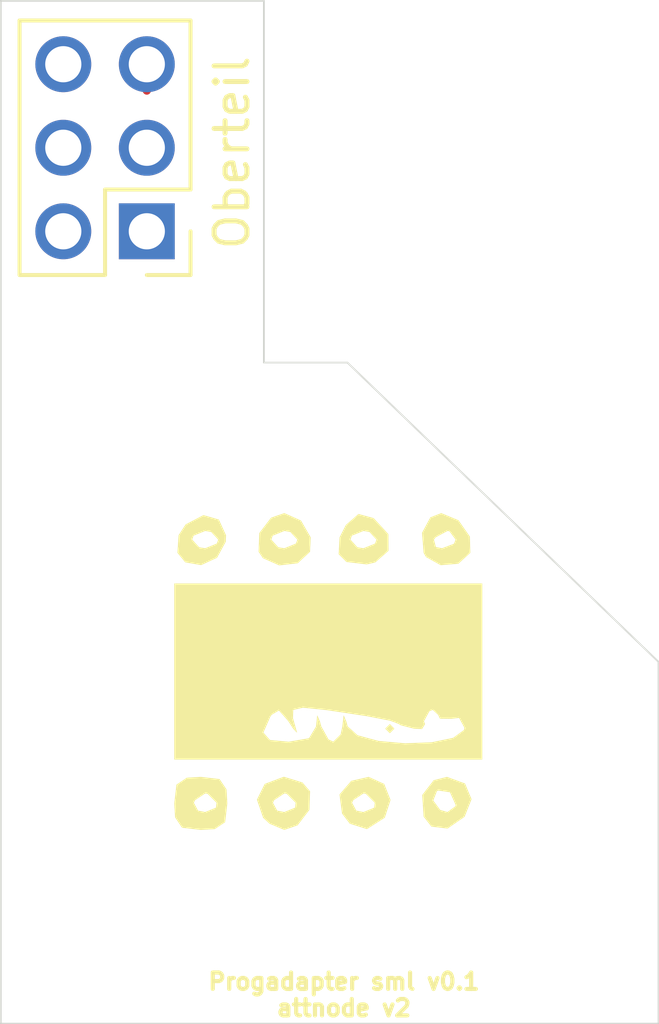
<source format=kicad_pcb>
(kicad_pcb (version 20171130) (host pcbnew "(5.1.8)-1")

  (general
    (thickness 1.6)
    (drawings 9)
    (tracks 1)
    (zones 0)
    (modules 5)
    (nets 7)
  )

  (page A4)
  (layers
    (0 F.Cu signal)
    (31 B.Cu signal)
    (32 B.Adhes user)
    (33 F.Adhes user)
    (34 B.Paste user)
    (35 F.Paste user)
    (36 B.SilkS user)
    (37 F.SilkS user)
    (38 B.Mask user)
    (39 F.Mask user)
    (40 Dwgs.User user)
    (41 Cmts.User user)
    (42 Eco1.User user)
    (43 Eco2.User user)
    (44 Edge.Cuts user)
    (45 Margin user)
    (46 B.CrtYd user)
    (47 F.CrtYd user)
    (48 B.Fab user)
    (49 F.Fab user)
  )

  (setup
    (last_trace_width 0.25)
    (trace_clearance 0.2)
    (zone_clearance 0.508)
    (zone_45_only no)
    (trace_min 0.2)
    (via_size 0.8)
    (via_drill 0.4)
    (via_min_size 0.4)
    (via_min_drill 0.3)
    (uvia_size 0.3)
    (uvia_drill 0.1)
    (uvias_allowed no)
    (uvia_min_size 0.2)
    (uvia_min_drill 0.1)
    (edge_width 0.05)
    (segment_width 0.2)
    (pcb_text_width 0.3)
    (pcb_text_size 1.5 1.5)
    (mod_edge_width 0.12)
    (mod_text_size 1 1)
    (mod_text_width 0.15)
    (pad_size 3.2 3.2)
    (pad_drill 3.2)
    (pad_to_mask_clearance 0.051)
    (solder_mask_min_width 0.25)
    (aux_axis_origin 0 0)
    (visible_elements 7FFFFFFF)
    (pcbplotparams
      (layerselection 0x010fc_ffffffff)
      (usegerberextensions true)
      (usegerberattributes false)
      (usegerberadvancedattributes false)
      (creategerberjobfile false)
      (excludeedgelayer true)
      (linewidth 0.100000)
      (plotframeref false)
      (viasonmask false)
      (mode 1)
      (useauxorigin false)
      (hpglpennumber 1)
      (hpglpenspeed 20)
      (hpglpendiameter 15.000000)
      (psnegative false)
      (psa4output false)
      (plotreference true)
      (plotvalue true)
      (plotinvisibletext false)
      (padsonsilk false)
      (subtractmaskfromsilk false)
      (outputformat 1)
      (mirror false)
      (drillshape 0)
      (scaleselection 1)
      (outputdirectory "Gerber_prg_sml_o/"))
  )

  (net 0 "")
  (net 1 PRG_Vin)
  (net 2 PRG_GND)
  (net 3 "Net-(PRG-Out1-Pad5)")
  (net 4 "Net-(PRG-Out1-Pad4)")
  (net 5 "Net-(PRG-Out1-Pad3)")
  (net 6 "Net-(PRG-Out1-Pad1)")

  (net_class Default "Dies ist die voreingestellte Netzklasse."
    (clearance 0.2)
    (trace_width 0.25)
    (via_dia 0.8)
    (via_drill 0.4)
    (uvia_dia 0.3)
    (uvia_drill 0.1)
    (add_net "Net-(PRG-Out1-Pad1)")
    (add_net "Net-(PRG-Out1-Pad3)")
    (add_net "Net-(PRG-Out1-Pad4)")
    (add_net "Net-(PRG-Out1-Pad5)")
    (add_net PRG_GND)
    (add_net PRG_Vin)
  )

  (module MountingHole:MountingHole_2.7mm (layer F.Cu) (tedit 56D1B4CB) (tstamp 5FB2B003)
    (at 64.3128 71.5518)
    (descr "Mounting Hole 2.7mm, no annular")
    (tags "mounting hole 2.7mm no annular")
    (attr virtual)
    (fp_text reference REF** (at 0 -3.7) (layer F.SilkS) hide
      (effects (font (size 1 1) (thickness 0.15)))
    )
    (fp_text value MountingHole_2.7mm (at 0 3.7) (layer F.Fab) hide
      (effects (font (size 1 1) (thickness 0.15)))
    )
    (fp_text user %R (at 0.3 0) (layer F.Fab) hide
      (effects (font (size 1 1) (thickness 0.15)))
    )
    (fp_circle (center 0 0) (end 2.7 0) (layer Cmts.User) (width 0.15))
    (fp_circle (center 0 0) (end 2.95 0) (layer F.CrtYd) (width 0.05))
    (pad 1 np_thru_hole circle (at 0 0) (size 2.7 2.7) (drill 2.7) (layers *.Cu *.Mask))
  )

  (module "Logo Attno.de:Logo_druck" (layer F.Cu) (tedit 0) (tstamp 5FB2AF73)
    (at 69.8246 77.3938)
    (fp_text reference G*** (at 0 0) (layer F.SilkS) hide
      (effects (font (size 1.524 1.524) (thickness 0.3)))
    )
    (fp_text value LOGO (at 0.75 0) (layer F.SilkS) hide
      (effects (font (size 1.524 1.524) (thickness 0.3)))
    )
    (fp_poly (pts (xy -3.175028 3.274671) (xy -2.965626 3.587178) (xy -2.941053 4.010526) (xy -3.007304 4.578657)
      (xy -3.319811 4.788059) (xy -3.743158 4.812632) (xy -4.311289 4.746381) (xy -4.520691 4.433874)
      (xy -4.545264 4.010526) (xy -4.542926 3.990474) (xy -3.959281 3.990474) (xy -3.830217 4.234271)
      (xy -3.609474 4.277895) (xy -3.276715 4.142232) (xy -3.259667 3.990474) (xy -3.535693 3.714239)
      (xy -3.609474 3.703053) (xy -3.922973 3.911204) (xy -3.959281 3.990474) (xy -4.542926 3.990474)
      (xy -4.479013 3.442395) (xy -4.166506 3.232994) (xy -3.743158 3.208421) (xy -3.175028 3.274671)) (layer F.SilkS) (width 0.01))
    (fp_poly (pts (xy -0.654718 3.377959) (xy -0.425046 3.643362) (xy -0.445336 4.206313) (xy -0.802298 4.673505)
      (xy -1.203158 4.812632) (xy -1.650245 4.625796) (xy -1.843455 4.445467) (xy -1.999823 3.990474)
      (xy -1.552965 3.990474) (xy -1.423901 4.234271) (xy -1.203158 4.277895) (xy -0.870399 4.142232)
      (xy -0.853351 3.990474) (xy -1.129378 3.714239) (xy -1.203158 3.703053) (xy -1.516657 3.911204)
      (xy -1.552965 3.990474) (xy -1.999823 3.990474) (xy -2.031887 3.897179) (xy -1.795855 3.42208)
      (xy -1.233012 3.208837) (xy -1.203158 3.208421) (xy -0.654718 3.377959)) (layer F.SilkS) (width 0.01))
    (fp_poly (pts (xy 1.830489 3.420844) (xy 2.023085 3.906185) (xy 1.850749 4.436547) (xy 1.843454 4.445467)
      (xy 1.308609 4.788602) (xy 0.789363 4.623462) (xy 0.556657 4.318854) (xy 0.512481 3.990474)
      (xy 0.85335 3.990474) (xy 0.982414 4.234271) (xy 1.203157 4.277895) (xy 1.535916 4.142232)
      (xy 1.552964 3.990474) (xy 1.276938 3.714239) (xy 1.203157 3.703053) (xy 0.889659 3.911204)
      (xy 0.85335 3.990474) (xy 0.512481 3.990474) (xy 0.479001 3.74161) (xy 0.834794 3.328056)
      (xy 1.36171 3.208421) (xy 1.830489 3.420844)) (layer F.SilkS) (width 0.01))
    (fp_poly (pts (xy 4.289104 3.40888) (xy 4.485854 3.883973) (xy 4.275068 4.414984) (xy 3.760298 4.770967)
      (xy 3.272011 4.712338) (xy 3.03774 4.411579) (xy 3.005955 3.923658) (xy 3.321753 3.923658)
      (xy 3.535729 4.214069) (xy 3.758937 4.277895) (xy 4.005698 4.098505) (xy 4.010526 4.055088)
      (xy 3.836112 3.667614) (xy 3.47406 3.613807) (xy 3.434135 3.635217) (xy 3.321753 3.923658)
      (xy 3.005955 3.923658) (xy 2.995131 3.757507) (xy 3.340792 3.309889) (xy 3.743157 3.208421)
      (xy 4.289104 3.40888)) (layer F.SilkS) (width 0.01))
    (fp_poly (pts (xy 4.812631 2.673684) (xy -4.545264 2.673684) (xy -4.545264 1.85671) (xy -1.84514 1.85671)
      (xy -1.640977 2.086836) (xy -1.069474 2.138947) (xy -0.449193 2.032284) (xy -0.236914 1.678869)
      (xy -0.236354 1.671053) (xy -0.199008 1.341536) (xy -0.120086 1.531401) (xy -0.083065 1.671053)
      (xy 0.137174 2.067551) (xy 0.286972 2.138947) (xy 0.512231 1.91694) (xy 0.565751 1.671053)
      (xy 0.603097 1.341536) (xy 0.682019 1.531401) (xy 0.71904 1.671053) (xy 1.023883 1.942669)
      (xy 1.661629 2.1152) (xy 2.468428 2.186887) (xy 3.280431 2.155969) (xy 3.933785 2.020685)
      (xy 4.264641 1.779275) (xy 4.277894 1.709289) (xy 4.113499 1.405706) (xy 3.876842 1.43353)
      (xy 3.532945 1.431665) (xy 3.475789 1.312671) (xy 3.31091 1.162077) (xy 3.204059 1.205853)
      (xy 3.040408 1.51151) (xy 3.071649 1.599214) (xy 2.983308 1.745726) (xy 2.741799 1.73488)
      (xy 2.344973 1.633411) (xy 2.272631 1.590545) (xy 2.017938 1.492766) (xy 1.298922 1.353099)
      (xy 0.183184 1.184476) (xy 0.064366 1.16815) (xy -0.638136 1.095906) (xy -0.934809 1.164674)
      (xy -0.945218 1.415944) (xy -0.918078 1.509049) (xy -0.821817 1.851758) (xy -0.926927 1.742986)
      (xy -1.080524 1.50529) (xy -1.365887 1.180679) (xy -1.595147 1.317081) (xy -1.631354 1.371606)
      (xy -1.84514 1.85671) (xy -4.545264 1.85671) (xy -4.545264 -2.673684) (xy 4.812631 -2.673684)
      (xy 4.812631 2.673684)) (layer F.SilkS) (width 0.01))
    (fp_poly (pts (xy -3.196971 -4.616923) (xy -2.979926 -4.140395) (xy -2.989143 -3.94488) (xy -3.252289 -3.462408)
      (xy -3.731266 -3.239198) (xy -4.214277 -3.323615) (xy -4.449336 -3.611454) (xy -4.423182 -4.010526)
      (xy -4.010527 -4.010526) (xy -3.79397 -3.773323) (xy -3.609474 -3.743158) (xy -3.253669 -3.887529)
      (xy -3.208422 -4.010526) (xy -3.424979 -4.24773) (xy -3.609474 -4.277895) (xy -3.96528 -4.133524)
      (xy -4.010527 -4.010526) (xy -4.423182 -4.010526) (xy -4.414565 -4.142002) (xy -4.201504 -4.468872)
      (xy -3.662664 -4.7517) (xy -3.196971 -4.616923)) (layer F.SilkS) (width 0.01))
    (fp_poly (pts (xy -0.698937 -4.587399) (xy -0.404882 -4.076307) (xy -0.425046 -3.643362) (xy -0.795864 -3.295983)
      (xy -1.358492 -3.230802) (xy -1.850527 -3.44782) (xy -1.981271 -3.643362) (xy -1.968038 -4.010526)
      (xy -1.604211 -4.010526) (xy -1.387654 -3.773323) (xy -1.203158 -3.743158) (xy -0.847353 -3.887529)
      (xy -0.802106 -4.010526) (xy -1.018663 -4.24773) (xy -1.203158 -4.277895) (xy -1.558964 -4.133524)
      (xy -1.604211 -4.010526) (xy -1.968038 -4.010526) (xy -1.960981 -4.206313) (xy -1.604019 -4.673505)
      (xy -1.203158 -4.812632) (xy -0.698937 -4.587399)) (layer F.SilkS) (width 0.01))
    (fp_poly (pts (xy 1.497215 -4.664621) (xy 1.521708 -4.649808) (xy 1.958071 -4.173721) (xy 1.961382 -3.672715)
      (xy 1.558773 -3.320009) (xy 1.304155 -3.2608) (xy 0.68795 -3.334446) (xy 0.453572 -3.569022)
      (xy 0.476776 -4.010526) (xy 0.802105 -4.010526) (xy 1.018662 -3.773323) (xy 1.203157 -3.743158)
      (xy 1.558963 -3.887529) (xy 1.60421 -4.010526) (xy 1.387653 -4.24773) (xy 1.203157 -4.277895)
      (xy 0.847352 -4.133524) (xy 0.802105 -4.010526) (xy 0.476776 -4.010526) (xy 0.480169 -4.075083)
      (xy 0.671125 -4.452433) (xy 1.053407 -4.785038) (xy 1.497215 -4.664621)) (layer F.SilkS) (width 0.01))
    (fp_poly (pts (xy 4.089816 -4.595979) (xy 4.434735 -4.1028) (xy 4.449882 -3.612879) (xy 4.088167 -3.2809)
      (xy 3.55026 -3.237404) (xy 3.109036 -3.48305) (xy 3.03774 -3.609474) (xy 3.005379 -4.010526)
      (xy 3.342105 -4.010526) (xy 3.402717 -3.781632) (xy 3.593694 -3.743158) (xy 3.959511 -3.882751)
      (xy 4.010526 -4.010526) (xy 3.818628 -4.270242) (xy 3.758937 -4.277895) (xy 3.39683 -4.083545)
      (xy 3.342105 -4.010526) (xy 3.005379 -4.010526) (xy 2.988838 -4.215517) (xy 3.2409 -4.683255)
      (xy 3.568344 -4.812632) (xy 4.089816 -4.595979)) (layer F.SilkS) (width 0.01))
    (fp_poly (pts (xy 2.138947 1.737895) (xy 2.005263 1.871579) (xy 1.871578 1.737895) (xy 2.005263 1.60421)
      (xy 2.138947 1.737895)) (layer F.SilkS) (width 0.01))
  )

  (module MountingHole:MountingHole_3.2mm_M3_DIN965 (layer F.Cu) (tedit 56D1B4CB) (tstamp 5FB2AE4E)
    (at 76.5048 83)
    (descr "Mounting Hole 3.2mm, no annular, M3, DIN965")
    (tags "mounting hole 3.2mm no annular m3 din965")
    (attr virtual)
    (fp_text reference REF** (at 0 -3.8) (layer F.SilkS) hide
      (effects (font (size 1 1) (thickness 0.15)))
    )
    (fp_text value MountingHole_3.2mm_M3_DIN965 (at 0 3.8) (layer F.Fab) hide
      (effects (font (size 1 1) (thickness 0.15)))
    )
    (fp_text user %R (at 0.3 0) (layer F.Fab) hide
      (effects (font (size 1 1) (thickness 0.15)))
    )
    (fp_circle (center 0 0) (end 2.8 0) (layer Cmts.User) (width 0.15))
    (fp_circle (center 0 0) (end 3.05 0) (layer F.CrtYd) (width 0.05))
    (pad 1 np_thru_hole circle (at 0 0) (size 3.2 3.2) (drill 3.2) (layers *.Cu *.Mask))
  )

  (module MountingHole:MountingHole_3.2mm_M3_DIN965 (layer F.Cu) (tedit 56D1B4CB) (tstamp 5FB2ADFB)
    (at 63.4492 83)
    (descr "Mounting Hole 3.2mm, no annular, M3, DIN965")
    (tags "mounting hole 3.2mm no annular m3 din965")
    (attr virtual)
    (fp_text reference REF** (at 0 -3.8) (layer F.SilkS) hide
      (effects (font (size 1 1) (thickness 0.15)))
    )
    (fp_text value MountingHole_3.2mm_M3_DIN965 (at 0 3.8) (layer F.Fab) hide
      (effects (font (size 1 1) (thickness 0.15)))
    )
    (fp_text user %R (at 0.3 0) (layer F.Fab) hide
      (effects (font (size 1 1) (thickness 0.15)))
    )
    (fp_circle (center 0 0) (end 2.8 0) (layer Cmts.User) (width 0.15))
    (fp_circle (center 0 0) (end 3.05 0) (layer F.CrtYd) (width 0.05))
    (pad 1 np_thru_hole circle (at 0 0) (size 3.2 3.2) (drill 3.2) (layers *.Cu *.Mask))
  )

  (module Connector_PinHeader_2.54mm:PinHeader_2x03_P2.54mm_Vertical (layer F.Cu) (tedit 5FB1263A) (tstamp 5E2A4CBB)
    (at 64.4398 64.008 180)
    (descr "Through hole straight pin header, 2x03, 2.54mm pitch, double rows")
    (tags "Through hole pin header THT 2x03 2.54mm double row")
    (path /5D69C5BF)
    (fp_text reference PRG-Out1 (at 1.27 -1.9304) (layer F.SilkS) hide
      (effects (font (size 0.8 0.8) (thickness 0.1)))
    )
    (fp_text value PRG (at 1.27 7.41) (layer F.Fab) hide
      (effects (font (size 1 1) (thickness 0.15)))
    )
    (fp_line (start 4.35 -1.8) (end -1.8 -1.8) (layer F.CrtYd) (width 0.05))
    (fp_line (start 4.35 6.85) (end 4.35 -1.8) (layer F.CrtYd) (width 0.05))
    (fp_line (start -1.8 6.85) (end 4.35 6.85) (layer F.CrtYd) (width 0.05))
    (fp_line (start -1.8 -1.8) (end -1.8 6.85) (layer F.CrtYd) (width 0.05))
    (fp_line (start -1.33 -1.33) (end 0 -1.33) (layer F.SilkS) (width 0.12))
    (fp_line (start -1.33 0) (end -1.33 -1.33) (layer F.SilkS) (width 0.12))
    (fp_line (start 1.27 -1.33) (end 3.87 -1.33) (layer F.SilkS) (width 0.12))
    (fp_line (start 1.27 1.27) (end 1.27 -1.33) (layer F.SilkS) (width 0.12))
    (fp_line (start -1.33 1.27) (end 1.27 1.27) (layer F.SilkS) (width 0.12))
    (fp_line (start 3.87 -1.33) (end 3.87 6.41) (layer F.SilkS) (width 0.12))
    (fp_line (start -1.33 1.27) (end -1.33 6.41) (layer F.SilkS) (width 0.12))
    (fp_line (start -1.33 6.41) (end 3.87 6.41) (layer F.SilkS) (width 0.12))
    (fp_line (start -1.27 0) (end 0 -1.27) (layer F.Fab) (width 0.1))
    (fp_line (start -1.27 6.35) (end -1.27 0) (layer F.Fab) (width 0.1))
    (fp_line (start 3.81 6.35) (end -1.27 6.35) (layer F.Fab) (width 0.1))
    (fp_line (start 3.81 -1.27) (end 3.81 6.35) (layer F.Fab) (width 0.1))
    (fp_line (start 0 -1.27) (end 3.81 -1.27) (layer F.Fab) (width 0.1))
    (fp_text user %R (at 1.27 2.54 180) (layer F.Fab) hide
      (effects (font (size 1 1) (thickness 0.15)))
    )
    (pad 6 thru_hole oval (at 2.54 5.08 180) (size 1.7 1.7) (drill 1.1) (layers *.Cu *.Mask)
      (net 2 PRG_GND))
    (pad 5 thru_hole oval (at 0 5.08 180) (size 1.7 1.7) (drill 1.1) (layers *.Cu *.Mask)
      (net 3 "Net-(PRG-Out1-Pad5)"))
    (pad 4 thru_hole oval (at 2.54 2.54 180) (size 1.7 1.7) (drill 1.1) (layers *.Cu *.Mask)
      (net 4 "Net-(PRG-Out1-Pad4)"))
    (pad 3 thru_hole oval (at 0 2.54 180) (size 1.7 1.7) (drill 1.1) (layers *.Cu *.Mask)
      (net 5 "Net-(PRG-Out1-Pad3)"))
    (pad 2 thru_hole oval (at 2.54 0 180) (size 1.7 1.7) (drill 1.1) (layers *.Cu *.Mask)
      (net 1 PRG_Vin))
    (pad 1 thru_hole rect (at 0 0 180) (size 1.7 1.7) (drill 1.1) (layers *.Cu *.Mask)
      (net 6 "Net-(PRG-Out1-Pad1)"))
  )

  (gr_text Oberteil (at 67.0306 61.6204 90) (layer F.SilkS)
    (effects (font (size 1 1) (thickness 0.15)))
  )
  (gr_line (start 70.54 68) (end 80 77.1) (layer Edge.Cuts) (width 0.05))
  (gr_text "Progadapter sml v0.1\nattnode v2" (at 70.4342 87.2236) (layer F.SilkS)
    (effects (font (size 0.5 0.5) (thickness 0.125)))
  )
  (gr_line (start 68 68) (end 70.54 68) (layer Edge.Cuts) (width 0.05))
  (gr_line (start 60 57) (end 68 57) (layer Edge.Cuts) (width 0.05))
  (gr_line (start 68 68) (end 68 57) (layer Edge.Cuts) (width 0.05))
  (gr_line (start 60 57) (end 60 88.1) (layer Edge.Cuts) (width 0.05))
  (gr_line (start 80 88.1) (end 80 77.1) (layer Edge.Cuts) (width 0.05))
  (gr_line (start 60 88.1) (end 80 88.1) (layer Edge.Cuts) (width 0.05))

  (segment (start 64.4398 59.728998) (end 64.4398 58.928) (width 0.25) (layer F.Cu) (net 3))

)

</source>
